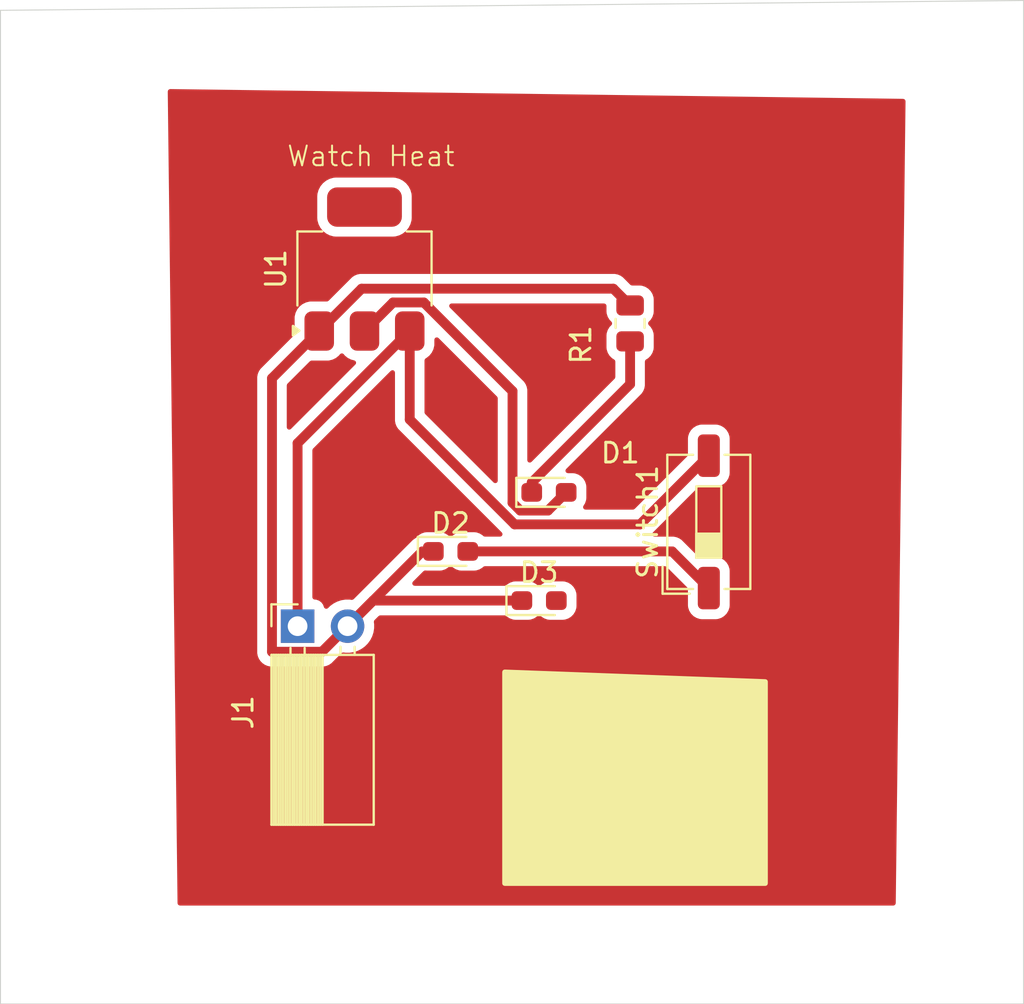
<source format=kicad_pcb>
(kicad_pcb (version 20241229) (generator "pcbnew") (generator_version "9.0")
  (layers (0 "F.Cu" signal) (2 "B.Cu" signal) (13 "F.Paste" user) (15 "B.Paste" user) (5 "F.SilkS" user "F.Silkscreen") (7 "B.SilkS" user "B.Silkscreen") (1 "F.Mask" user) (3 "B.Mask" user) (25 "Edge.Cuts" user))
  (net 0 "")
  (net 1 "Net-(D1-A)")
  (net 2 "Net-(D1-K)")
  (net 3 "GND")
  (net 4 "+5V")
  (net 5 "Net-(D2-A)")
  (net 6 "Net-(D3-A)")
  (footprint "LED_SMD:LED_0603_1608Metric_Pad1.05x0.95mm_HandSolder" (layer "F.Cu") (at 127.375 75)
    (property "Reference" "D1" (at 3.625 -2 0) (layer "F.SilkS"))
    (property "Value" "RED LED")
    (fp_line (start -1.66 -0.735) (end -1.66 0.735) (stroke (width 0.12)) (layer "F.SilkS"))
    (fp_line (start -1.66 0.735) (end 0.8 0.735) (stroke (width 0.12)) (layer "F.SilkS"))
    (fp_line (start 0.8 -0.735) (end -1.66 -0.735) (stroke (width 0.12)) (layer "F.SilkS"))
    (pad "1" smd roundrect (at -0.875 0) (size 1.05 0.95) (layers "F.Cu" "F.Mask" "F.Paste") (net 2 "Net-(D1-K)"))
    (pad "2" smd roundrect (at 0.875 0) (size 1.05 0.95) (layers "F.Cu" "F.Mask" "F.Paste") (net 1 "Net-(D1-A)"))
  )
  (footprint "Connector_PinSocket_2.54mm:PinSocket_1x02_P2.54mm_Horizontal" (layer "F.Cu") (at 114.6 81.8 90)
    (property "Reference" "J1" (at -4.38 -2.77 90) (layer "F.SilkS"))
    (property "Value" "Conn_01x02_Pin")
    (fp_line (start 1.11 -1.33) (end 1.11 0) (stroke (width 0.12)) (layer "F.SilkS"))
    (fp_line (start 0 -1.33) (end 1.11 -1.33) (stroke (width 0.12)) (layer "F.SilkS"))
    (fp_line (start -1.46 -1.33) (end -1.46 3.87) (stroke (width 0.12)) (layer "F.SilkS"))
    (fp_line (start -10.09 -1.33) (end -1.46 -1.33) (stroke (width 0.12)) (layer "F.SilkS"))
    (fp_line (start -10.09 -1.33) (end -10.09 3.87) (stroke (width 0.12)) (layer "F.SilkS"))
    (fp_line (start -10.09 -1.21) (end -1.46 -1.21) (stroke (width 0.12)) (layer "F.SilkS"))
    (fp_line (start -10.09 -1.091905) (end -1.46 -1.091905) (stroke (width 0.12)) (layer "F.SilkS"))
    (fp_line (start -10.09 -0.97381) (end -1.46 -0.97381) (stroke (width 0.12)) (layer "F.SilkS"))
    (fp_line (start -10.09 -0.855715) (end -1.46 -0.855715) (stroke (width 0.12)) (layer "F.SilkS"))
    (fp_line (start -10.09 -0.73762) (end -1.46 -0.73762) (stroke (width 0.12)) (layer "F.SilkS"))
    (fp_line (start -10.09 -0.619525) (end -1.46 -0.619525) (stroke (width 0.12)) (layer "F.SilkS"))
    (fp_line (start -10.09 -0.50143) (end -1.46 -0.50143) (stroke (width 0.12)) (layer "F.SilkS"))
    (fp_line (start -10.09 -0.383335) (end -1.46 -0.383335) (stroke (width 0.12)) (layer "F.SilkS"))
    (fp_line (start -1.46 -0.36) (end -1.11 -0.36) (stroke (width 0.12)) (layer "F.SilkS"))
    (fp_line (start -10.09 -0.26524) (end -1.46 -0.26524) (stroke (width 0.12)) (layer "F.SilkS"))
    (fp_line (start -10.09 -0.147145) (end -1.46 -0.147145) (stroke (width 0.12)) (layer "F.SilkS"))
    (fp_line (start -10.09 -0.02905) (end -1.46 -0.02905) (stroke (width 0.12)) (layer "F.SilkS"))
    (fp_line (start -10.09 0.089045) (end -1.46 0.089045) (stroke (width 0.12)) (layer "F.SilkS"))
    (fp_line (start -10.09 0.20714) (end -1.46 0.20714) (stroke (width 0.12)) (layer "F.SilkS"))
    (fp_line (start -10.09 0.325235) (end -1.46 0.325235) (stroke (width 0.12)) (layer "F.SilkS"))
    (fp_line (start -1.46 0.36) (end -1.11 0.36) (stroke (width 0.12)) (layer "F.SilkS"))
    (fp_line (start -10.09 0.44333) (end -1.46 0.44333) (stroke (width 0.12)) (layer "F.SilkS"))
    (fp_line (start -10.09 0.561425) (end -1.46 0.561425) (stroke (width 0.12)) (layer "F.SilkS"))
    (fp_line (start -10.09 0.67952) (end -1.46 0.67952) (stroke (width 0.12)) (layer "F.SilkS"))
    (fp_line (start -10.09 0.797615) (end -1.46 0.797615) (stroke (width 0.12)) (layer "F.SilkS"))
    (fp_line (start -10.09 0.91571) (end -1.46 0.91571) (stroke (width 0.12)) (layer "F.SilkS"))
    (fp_line (start -10.09 1.033805) (end -1.46 1.033805) (stroke (width 0.12)) (layer "F.SilkS"))
    (fp_line (start -10.09 1.1519) (end -1.46 1.1519) (stroke (width 0.12)) (layer "F.SilkS"))
    (fp_line (start -10.09 1.27) (end -1.46 1.27) (stroke (width 0.12)) (layer "F.SilkS"))
    (fp_line (start -1.46 2.18) (end -1.05 2.18) (stroke (width 0.12)) (layer "F.SilkS"))
    (fp_line (start -1.46 2.9) (end -1.05 2.9) (stroke (width 0.12)) (layer "F.SilkS"))
    (fp_line (start -10.09 3.87) (end -1.46 3.87) (stroke (width 0.12)) (layer "F.SilkS"))
    (pad "1" thru_hole rect (at 0 0 90) (size 1.7 1.7) (drill 1) (layers "*.Cu" "*.Mask") (net 4 "+5V"))
    (pad "2" thru_hole circle (at 0 2.54 90) (size 1.7 1.7) (drill 1) (layers "*.Cu" "*.Mask") (net 3 "GND"))
  )
  (footprint "Package_TO_SOT_SMD:SOT-223-3_TabPin2" (layer "F.Cu") (at 118 63.65 90)
    (property "Reference" "U1" (at 0 -4.5 90) (layer "F.SilkS"))
    (property "Value" "AP1117-50")
    (fp_line (start 1.91 -3.41) (end 1.91 -2.15) (stroke (width 0.12)) (layer "F.SilkS"))
    (fp_line (start -1.85 -3.41) (end 1.91 -3.41) (stroke (width 0.12)) (layer "F.SilkS"))
    (fp_line (start 1.91 3.41) (end 1.91 2.15) (stroke (width 0.12)) (layer "F.SilkS"))
    (fp_line (start -1.85 3.41) (end 1.91 3.41) (stroke (width 0.12)) (layer "F.SilkS"))
    (fp_poly (pts (xy -3.13 -3.31) (xy -3.37 -3.64) (xy -2.89 -3.64) (xy -3.13 -3.31)) (stroke (width 0.12)) (fill yes) (layer "F.SilkS"))
    (pad "1" smd roundrect (at -3.15 -2.3 90) (size 2 1.5) (layers "F.Cu" "F.Mask" "F.Paste") (net 3 "GND"))
    (pad "2" smd roundrect (at -3.15 0 90) (size 2 1.5) (layers "F.Cu" "F.Mask" "F.Paste") (net 1 "Net-(D1-A)"))
    (pad "2" smd roundrect (at 3.15 0 90) (size 2 3.8) (layers "F.Cu" "F.Mask" "F.Paste") (net 1 "Net-(D1-A)"))
    (pad "3" smd roundrect (at -3.15 2.3 90) (size 2 1.5) (layers "F.Cu" "F.Mask" "F.Paste") (net 4 "+5V"))
  )
  (footprint "LED_SMD:LED_0603_1608Metric_Pad1.05x0.95mm_HandSolder" (layer "F.Cu") (at 126.875 80.5)
    (property "Reference" "D3" (at 0 -1.43 0) (layer "F.SilkS"))
    (property "Value" "LED")
    (fp_line (start -1.66 -0.735) (end -1.66 0.735) (stroke (width 0.12)) (layer "F.SilkS"))
    (fp_line (start -1.66 0.735) (end 0.8 0.735) (stroke (width 0.12)) (layer "F.SilkS"))
    (fp_line (start 0.8 -0.735) (end -1.66 -0.735) (stroke (width 0.12)) (layer "F.SilkS"))
    (pad "1" smd roundrect (at -0.875 0) (size 1.05 0.95) (layers "F.Cu" "F.Mask" "F.Paste") (net 3 "GND"))
    (pad "2" smd roundrect (at 0.875 0) (size 1.05 0.95) (layers "F.Cu" "F.Mask" "F.Paste") (net 6 "Net-(D3-A)"))
  )
  (footprint "LED_SMD:LED_0603_1608Metric_Pad1.05x0.95mm_HandSolder" (layer "F.Cu") (at 122.375 78)
    (property "Reference" "D2" (at 0 -1.43 0) (layer "F.SilkS"))
    (property "Value" "LED")
    (fp_line (start -1.66 -0.735) (end -1.66 0.735) (stroke (width 0.12)) (layer "F.SilkS"))
    (fp_line (start -1.66 0.735) (end 0.8 0.735) (stroke (width 0.12)) (layer "F.SilkS"))
    (fp_line (start 0.8 -0.735) (end -1.66 -0.735) (stroke (width 0.12)) (layer "F.SilkS"))
    (pad "1" smd roundrect (at -0.875 0) (size 1.05 0.95) (layers "F.Cu" "F.Mask" "F.Paste") (net 3 "GND"))
    (pad "2" smd roundrect (at 0.875 0) (size 1.05 0.95) (layers "F.Cu" "F.Mask" "F.Paste") (net 5 "Net-(D2-A)"))
  )
  (footprint "Resistor_SMD:R_0805_2012Metric" (layer "F.Cu") (at 131.5 66.4125 90)
    (property "Reference" "R1" (at -1.0875 -2.5 90) (layer "F.SilkS"))
    (property "Value" "R_US")
    (fp_line (start -0.227064 -0.735) (end 0.227064 -0.735) (stroke (width 0.12)) (layer "F.SilkS"))
    (fp_line (start -0.227064 0.735) (end 0.227064 0.735) (stroke (width 0.12)) (layer "F.SilkS"))
    (pad "1" smd roundrect (at -0.9125 0 90) (size 1.025 1.4) (layers "F.Cu" "F.Mask" "F.Paste") (roundrect_rratio 0.243902) (net 2 "Net-(D1-K)"))
    (pad "2" smd roundrect (at 0.9125 0 90) (size 1.025 1.4) (layers "F.Cu" "F.Mask" "F.Paste") (roundrect_rratio 0.243902) (net 3 "GND"))
  )
  (footprint "Button_Switch_SMD:SW_DIP_SPSTx01_Slide_6.7x4.1mm_W6.73mm_P2.54mm_LowProfile_JPin" (layer "F.Cu") (at 135.5 76.5 90)
    (property "Reference" "Switch1" (at 0 -3.11 90) (layer "F.SilkS"))
    (property "Value" "Damian Switch")
    (fp_line (start -3.65 -2.35) (end -2.267 -2.35) (stroke (width 0.12)) (layer "F.SilkS"))
    (fp_line (start -3.65 -2.35) (end -3.65 -0.967) (stroke (width 0.12)) (layer "F.SilkS"))
    (fp_line (start 3.41 -2.11) (end 3.41 -0.8) (stroke (width 0.12)) (layer "F.SilkS"))
    (fp_line (start -3.41 -2.11) (end 3.41 -2.11) (stroke (width 0.12)) (layer "F.SilkS"))
    (fp_line (start -3.41 -2.11) (end -3.41 -0.8) (stroke (width 0.12)) (layer "F.SilkS"))
    (fp_line (start -0.603333 -0.635) (end -0.603333 0.635) (stroke (width 0.12)) (layer "F.SilkS"))
    (fp_line (start 3.41 0.8) (end 3.41 2.11) (stroke (width 0.12)) (layer "F.SilkS"))
    (fp_line (start -3.41 0.8) (end -3.41 2.11) (stroke (width 0.12)) (layer "F.SilkS"))
    (fp_line (start -3.41 2.11) (end 3.41 2.11) (stroke (width 0.12)) (layer "F.SilkS"))
    (fp_rect (start -1.81 -0.635) (end 1.81 0.635) (stroke (width 0.12)) (fill no) (layer "F.SilkS"))
    (fp_rect (start -1.81 -0.635) (end -0.603333 0.635) (stroke (width 0.12)) (fill yes) (layer "F.SilkS"))
    (pad "1" smd roundrect (at -3.365 0 90) (size 2.16 1.12) (layers "F.Cu" "F.Mask" "F.Paste") (roundrect_rratio 0.223214) (net 5 "Net-(D2-A)"))
    (pad "2" smd roundrect (at 3.365 0 90) (size 2.16 1.12) (layers "F.Cu" "F.Mask" "F.Paste") (roundrect_rratio 0.223214) (net 4 "+5V"))
  )
  (gr_line (start 99.5 101) (end 151.5 101) (stroke (width 0.05)) (layer "Edge.Cuts"))
  (gr_line (start 99.5 50.5) (end 99.5 101) (stroke (width 0.05)) (layer "Edge.Cuts"))
  (gr_line (start 151.5 50) (end 99.5 50.5) (stroke (width 0.05)) (layer "Edge.Cuts"))
  (gr_line (start 151.5 101) (end 151.5 50) (stroke (width 0.05)) (layer "Edge.Cuts"))
  (gr_text "Watch Heat" (at 114 58.5 0) (layer "F.SilkS") (effects (font (size 1 1) (thickness 0.1)) (justify left bottom)))
  (segment (start 125.524 75.529266) (end 125.920734 75.926) (width 0.5) (layer "F.Cu") (net 1))
  (segment (start 119.451 65.349) (end 121.01714 65.349) (width 0.5) (layer "F.Cu") (net 1))
  (segment (start 125.524 69.85586) (end 125.524 75.529266) (width 0.5) (layer "F.Cu") (net 1))
  (segment (start 118 66.8) (end 119.451 65.349) (width 0.5) (layer "F.Cu") (net 1))
  (segment (start 125.920734 75.926) (end 127.324 75.926) (width 0.5) (layer "F.Cu") (net 1))
  (segment (start 127.324 75.926) (end 128.25 75) (width 0.5) (layer "F.Cu") (net 1))
  (segment (start 121.01714 65.349) (end 125.524 69.85586) (width 0.5) (layer "F.Cu") (net 1))
  (segment (start 126.5 74.5) (end 131.5 69.5) (width 0.5) (layer "F.Cu") (net 2))
  (segment (start 131.5 69.5) (end 131.5 67.325) (width 0.5) (layer "F.Cu") (net 2))
  (segment (start 126.5 75) (end 126.5 74.5) (width 0.5) (layer "F.Cu") (net 2))
  (segment (start 117.14 81.8) (end 115.839 83.101) (width 0.5) (layer "F.Cu") (net 3))
  (segment (start 117.852 64.648) (end 130.648 64.648) (width 0.5) (layer "F.Cu") (net 3))
  (segment (start 115.839 83.101) (end 113.299 83.101) (width 0.5) (layer "F.Cu") (net 3))
  (segment (start 118.44 80.5) (end 117.14 81.8) (width 0.5) (layer "F.Cu") (net 3))
  (segment (start 126 80.5) (end 118.44 80.5) (width 0.5) (layer "F.Cu") (net 3))
  (segment (start 130.648 64.648) (end 131.5 65.5) (width 0.5) (layer "F.Cu") (net 3))
  (segment (start 115.7 66.8) (end 117.852 64.648) (width 0.5) (layer "F.Cu") (net 3))
  (segment (start 113.299 83.101) (end 113.299 69.201) (width 0.5) (layer "F.Cu") (net 3))
  (segment (start 113.299 69.201) (end 115.7 66.8) (width 0.5) (layer "F.Cu") (net 3))
  (segment (start 120.94 78) (end 117.14 81.8) (width 0.5) (layer "F.Cu") (net 3))
  (segment (start 121.5 78) (end 120.94 78) (width 0.5) (layer "F.Cu") (net 3))
  (segment (start 135.5 73.135) (end 132.008 76.627) (width 0.5) (layer "F.Cu") (net 4))
  (segment (start 114.6 81.8) (end 114.6 72.5) (width 0.5) (layer "F.Cu") (net 4))
  (segment (start 120.3 71.29663) (end 120.3 66.8) (width 0.5) (layer "F.Cu") (net 4))
  (segment (start 114.6 72.5) (end 120.3 66.8) (width 0.5) (layer "F.Cu") (net 4))
  (segment (start 125.63037 76.627) (end 120.3 71.29663) (width 0.5) (layer "F.Cu") (net 4))
  (segment (start 132.008 76.627) (end 125.63037 76.627) (width 0.5) (layer "F.Cu") (net 4))
  (segment (start 133.635 78) (end 123.25 78) (width 0.5) (layer "F.Cu") (net 5))
  (segment (start 135.5 79.865) (end 133.635 78) (width 0.5) (layer "F.Cu") (net 5))
  (zone (net 0) (net_name "") (layer "F.Cu") (connect_pads (clearance 0.5)) (min_thickness 0.25) (fill yes (thermal_gap 0.5) (thermal_bridge_width 0.5) (island_removal_mode 1) (island_area_min 10))
    (polygon (pts (xy 108 54.5) (xy 108.5 96) (xy 145 96) (xy 145.5 55)))
  )
  (zone (net 0) (net_name "") (layer "F.SilkS") (connect_pads (clearance 0.5)) (min_thickness 0.25) (fill yes (thermal_gap 0.5) (thermal_bridge_width 0.5))
    (polygon (pts (xy 125 84) (xy 125 95) (xy 138.5 95) (xy 138.5 84.5)))
  )
)
</source>
